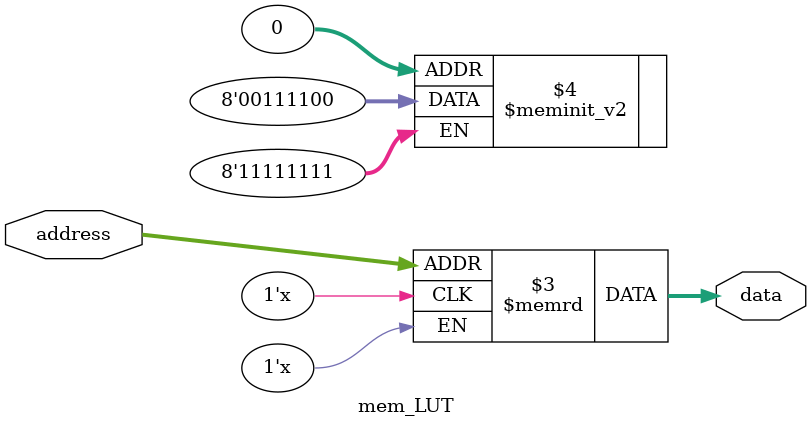
<source format=sv>
module mem_LUT (
  input [4:0] address,
  output logic [7:0] data
);

 logic [7:0] lut [0:31];

  initial begin
    lut[0] = 60;
  end

  always_comb begin
    data = lut[address];
  end

endmodule

</source>
